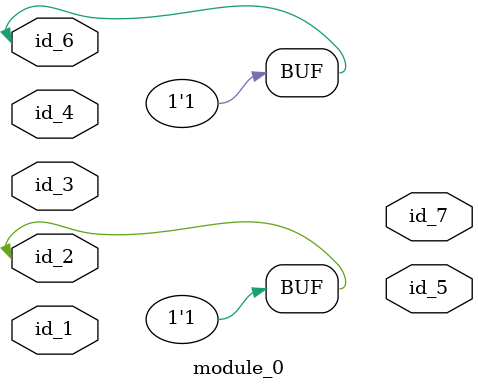
<source format=v>
module module_0 (
    id_1,
    id_2,
    id_3,
    id_4,
    id_5,
    id_6,
    id_7
);
  output id_7;
  inout id_6;
  output id_5;
  input id_4;
  inout id_3;
  inout id_2;
  input id_1;
  assign id_6 = id_2;
  assign id_6 = 1 == 1;
endmodule

</source>
